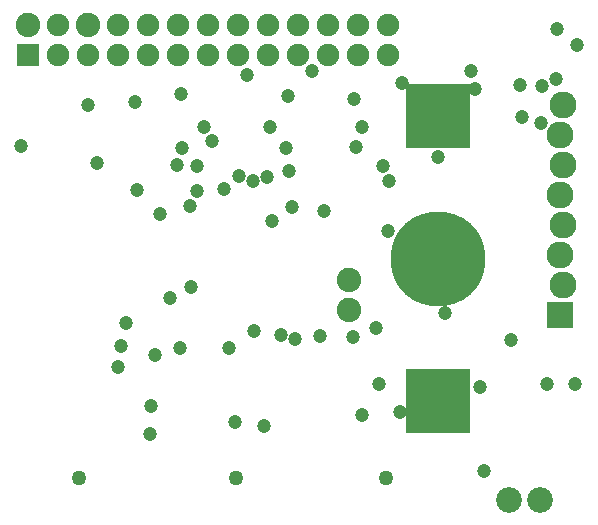
<source format=gbr>
G04 #@! TF.FileFunction,Soldermask,Bot*
%FSLAX46Y46*%
G04 Gerber Fmt 4.6, Leading zero omitted, Abs format (unit mm)*
G04 Created by KiCad (PCBNEW 4.0.0-rc2-stable) date 5/23/2016 2:13:21 PM*
%MOMM*%
G01*
G04 APERTURE LIST*
%ADD10C,0.100000*%
%ADD11C,2.076400*%
%ADD12C,1.263600*%
%ADD13C,2.178000*%
%ADD14R,2.279600X2.279600*%
%ADD15C,2.279600*%
%ADD16R,1.908000X1.908000*%
%ADD17C,1.908000*%
%ADD18R,5.480000X5.480000*%
%ADD19C,8.020000*%
%ADD20C,1.204800*%
G04 APERTURE END LIST*
D10*
D11*
X152761100Y-106373600D03*
X152761100Y-103833600D03*
D12*
X155871100Y-120605600D03*
X143121100Y-120605600D03*
X129901100Y-120605600D03*
D13*
X168901100Y-122463600D03*
X166301100Y-122463600D03*
D14*
X170584100Y-106843600D03*
D15*
X170838100Y-104303600D03*
X170584100Y-101763600D03*
X170838100Y-99223600D03*
X170584100Y-96683600D03*
X170838100Y-94143600D03*
X170584100Y-91603600D03*
X170838100Y-89063600D03*
D16*
X125501100Y-84783600D03*
D11*
X125501100Y-82243600D03*
D17*
X128041100Y-84783600D03*
X128041100Y-82243600D03*
X130581100Y-84783600D03*
D11*
X130581100Y-82243600D03*
D17*
X133121100Y-84783600D03*
X133121100Y-82243600D03*
X135661100Y-84783600D03*
X135661100Y-82243600D03*
X138201100Y-84783600D03*
X138201100Y-82243600D03*
X140741100Y-84783600D03*
X140741100Y-82243600D03*
X143281100Y-84783600D03*
X143281100Y-82243600D03*
X145821100Y-84783600D03*
X145821100Y-82243600D03*
X148361100Y-84783600D03*
X148361100Y-82243600D03*
X150901100Y-84783600D03*
X150901100Y-82243600D03*
X153441100Y-84783600D03*
X153441100Y-82243600D03*
X155981100Y-84783600D03*
X155981100Y-82243600D03*
D18*
X160271100Y-114138600D03*
X160271100Y-90008600D03*
D19*
X160271100Y-102073600D03*
D20*
X138561100Y-92653600D03*
X140421100Y-90933600D03*
X156021100Y-99733600D03*
X160831100Y-106653600D03*
X147401100Y-92713600D03*
X147601100Y-94633600D03*
X145811100Y-95123600D03*
X146051100Y-90933600D03*
X139231100Y-97573600D03*
X144711100Y-108193600D03*
X155221100Y-112633600D03*
X155031100Y-107933600D03*
X134561100Y-88833600D03*
X142171100Y-96173600D03*
X146941100Y-108563600D03*
X136711100Y-98283600D03*
X134791100Y-96223600D03*
X147571100Y-88263600D03*
X153111100Y-88573600D03*
X157231100Y-87183600D03*
X163381100Y-87733600D03*
X142551100Y-109643600D03*
X153831100Y-115303600D03*
X169521100Y-112713600D03*
X157021100Y-115003600D03*
X141101100Y-92073600D03*
X138121100Y-94093600D03*
X150571100Y-97993600D03*
X163791100Y-112953600D03*
X166461100Y-108963600D03*
X171851100Y-112643600D03*
X160261100Y-93453600D03*
X156081100Y-95503600D03*
X131421100Y-93993600D03*
X148131100Y-108873600D03*
X143031100Y-115853600D03*
X145541100Y-116213600D03*
X149611100Y-86203600D03*
X163071100Y-86133600D03*
X170271100Y-86883600D03*
X170361100Y-82583600D03*
X137571100Y-105393600D03*
X139301100Y-104463600D03*
X133381100Y-109423600D03*
X133201100Y-111253600D03*
X133881100Y-107533600D03*
X135901100Y-116933600D03*
X135981100Y-114553600D03*
X136321100Y-110253600D03*
X138411100Y-109583600D03*
X153851100Y-90913600D03*
X144061100Y-86473600D03*
X153331100Y-92613600D03*
X143401100Y-95103600D03*
X146221100Y-98873600D03*
X150271100Y-108633600D03*
X138481100Y-88153600D03*
X130601100Y-89073600D03*
X155591100Y-94243600D03*
X139811100Y-96303600D03*
X139841100Y-94213600D03*
X124981100Y-92533600D03*
X164151100Y-120023600D03*
X167221100Y-87343600D03*
X167331100Y-90083600D03*
X172021100Y-83953600D03*
X169031100Y-87463600D03*
X168951100Y-90573600D03*
X144591100Y-95503600D03*
X147871100Y-97663600D03*
X153021100Y-108703600D03*
M02*

</source>
